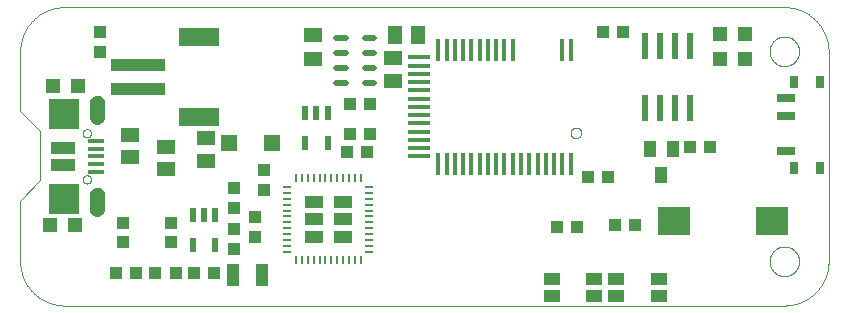
<source format=gtp>
G75*
%MOIN*%
%OFA0B0*%
%FSLAX25Y25*%
%IPPOS*%
%LPD*%
%AMOC8*
5,1,8,0,0,1.08239X$1,22.5*
%
%ADD10C,0.00000*%
%ADD11R,0.05906X0.04882*%
%ADD12R,0.03937X0.04331*%
%ADD13R,0.04724X0.04724*%
%ADD14R,0.04331X0.03937*%
%ADD15R,0.03937X0.03937*%
%ADD16R,0.05315X0.01575*%
%ADD17R,0.07874X0.03937*%
%ADD18R,0.09843X0.09843*%
%ADD19C,0.00500*%
%ADD20R,0.02165X0.04724*%
%ADD21R,0.05512X0.05512*%
%ADD22R,0.18110X0.03937*%
%ADD23R,0.13386X0.06299*%
%ADD24R,0.02953X0.00984*%
%ADD25R,0.00984X0.02953*%
%ADD26R,0.05906X0.03937*%
%ADD27R,0.04331X0.07480*%
%ADD28R,0.04882X0.05906*%
%ADD29R,0.01772X0.07283*%
%ADD30R,0.07283X0.01772*%
%ADD31C,0.02165*%
%ADD32R,0.06299X0.05118*%
%ADD33R,0.03937X0.05512*%
%ADD34R,0.10669X0.09488*%
%ADD35R,0.02362X0.08661*%
%ADD36R,0.05512X0.04134*%
%ADD37R,0.05906X0.02756*%
%ADD38R,0.03150X0.03937*%
D10*
X0059095Y0057209D02*
X0299095Y0057209D01*
X0299451Y0057213D01*
X0299806Y0057226D01*
X0300162Y0057248D01*
X0300516Y0057278D01*
X0300870Y0057316D01*
X0301222Y0057364D01*
X0301574Y0057419D01*
X0301924Y0057483D01*
X0302272Y0057556D01*
X0302619Y0057637D01*
X0302963Y0057726D01*
X0303305Y0057824D01*
X0303645Y0057930D01*
X0303982Y0058044D01*
X0304316Y0058166D01*
X0304647Y0058296D01*
X0304975Y0058434D01*
X0305300Y0058580D01*
X0305621Y0058734D01*
X0305938Y0058896D01*
X0306251Y0059065D01*
X0306559Y0059241D01*
X0306864Y0059425D01*
X0307164Y0059617D01*
X0307459Y0059815D01*
X0307750Y0060021D01*
X0308035Y0060234D01*
X0308315Y0060453D01*
X0308590Y0060679D01*
X0308859Y0060912D01*
X0309122Y0061151D01*
X0309380Y0061397D01*
X0309631Y0061648D01*
X0309877Y0061906D01*
X0310116Y0062169D01*
X0310349Y0062438D01*
X0310575Y0062713D01*
X0310794Y0062993D01*
X0311007Y0063278D01*
X0311213Y0063569D01*
X0311411Y0063864D01*
X0311603Y0064164D01*
X0311787Y0064469D01*
X0311963Y0064777D01*
X0312132Y0065090D01*
X0312294Y0065407D01*
X0312448Y0065728D01*
X0312594Y0066053D01*
X0312732Y0066381D01*
X0312862Y0066712D01*
X0312984Y0067046D01*
X0313098Y0067383D01*
X0313204Y0067723D01*
X0313302Y0068065D01*
X0313391Y0068409D01*
X0313472Y0068756D01*
X0313545Y0069104D01*
X0313609Y0069454D01*
X0313664Y0069806D01*
X0313712Y0070158D01*
X0313750Y0070512D01*
X0313780Y0070866D01*
X0313802Y0071222D01*
X0313815Y0071577D01*
X0313819Y0071933D01*
X0313820Y0071933D02*
X0313820Y0141933D01*
X0313819Y0141933D02*
X0313815Y0142289D01*
X0313802Y0142644D01*
X0313780Y0143000D01*
X0313750Y0143354D01*
X0313712Y0143708D01*
X0313664Y0144060D01*
X0313609Y0144412D01*
X0313545Y0144762D01*
X0313472Y0145110D01*
X0313391Y0145457D01*
X0313302Y0145801D01*
X0313204Y0146143D01*
X0313098Y0146483D01*
X0312984Y0146820D01*
X0312862Y0147154D01*
X0312732Y0147485D01*
X0312594Y0147813D01*
X0312448Y0148138D01*
X0312294Y0148459D01*
X0312132Y0148776D01*
X0311963Y0149089D01*
X0311787Y0149397D01*
X0311603Y0149702D01*
X0311411Y0150002D01*
X0311213Y0150297D01*
X0311007Y0150588D01*
X0310794Y0150873D01*
X0310575Y0151153D01*
X0310349Y0151428D01*
X0310116Y0151697D01*
X0309877Y0151960D01*
X0309631Y0152218D01*
X0309380Y0152469D01*
X0309122Y0152715D01*
X0308859Y0152954D01*
X0308590Y0153187D01*
X0308315Y0153413D01*
X0308035Y0153632D01*
X0307750Y0153845D01*
X0307459Y0154051D01*
X0307164Y0154249D01*
X0306864Y0154441D01*
X0306559Y0154625D01*
X0306251Y0154801D01*
X0305938Y0154970D01*
X0305621Y0155132D01*
X0305300Y0155286D01*
X0304975Y0155432D01*
X0304647Y0155570D01*
X0304316Y0155700D01*
X0303982Y0155822D01*
X0303645Y0155936D01*
X0303305Y0156042D01*
X0302963Y0156140D01*
X0302619Y0156229D01*
X0302272Y0156310D01*
X0301924Y0156383D01*
X0301574Y0156447D01*
X0301222Y0156502D01*
X0300870Y0156550D01*
X0300516Y0156588D01*
X0300162Y0156618D01*
X0299806Y0156640D01*
X0299451Y0156653D01*
X0299095Y0156657D01*
X0059095Y0156657D01*
X0058739Y0156653D01*
X0058384Y0156640D01*
X0058028Y0156618D01*
X0057674Y0156588D01*
X0057320Y0156550D01*
X0056968Y0156502D01*
X0056616Y0156447D01*
X0056266Y0156383D01*
X0055918Y0156310D01*
X0055571Y0156229D01*
X0055227Y0156140D01*
X0054885Y0156042D01*
X0054545Y0155936D01*
X0054208Y0155822D01*
X0053874Y0155700D01*
X0053543Y0155570D01*
X0053215Y0155432D01*
X0052890Y0155286D01*
X0052569Y0155132D01*
X0052252Y0154970D01*
X0051939Y0154801D01*
X0051631Y0154625D01*
X0051326Y0154441D01*
X0051026Y0154249D01*
X0050731Y0154051D01*
X0050440Y0153845D01*
X0050155Y0153632D01*
X0049875Y0153413D01*
X0049600Y0153187D01*
X0049331Y0152954D01*
X0049068Y0152715D01*
X0048810Y0152469D01*
X0048559Y0152218D01*
X0048313Y0151960D01*
X0048074Y0151697D01*
X0047841Y0151428D01*
X0047615Y0151153D01*
X0047396Y0150873D01*
X0047183Y0150588D01*
X0046977Y0150297D01*
X0046779Y0150002D01*
X0046587Y0149702D01*
X0046403Y0149397D01*
X0046227Y0149089D01*
X0046058Y0148776D01*
X0045896Y0148459D01*
X0045742Y0148138D01*
X0045596Y0147813D01*
X0045458Y0147485D01*
X0045328Y0147154D01*
X0045206Y0146820D01*
X0045092Y0146483D01*
X0044986Y0146143D01*
X0044888Y0145801D01*
X0044799Y0145457D01*
X0044718Y0145110D01*
X0044645Y0144762D01*
X0044581Y0144412D01*
X0044526Y0144060D01*
X0044478Y0143708D01*
X0044440Y0143354D01*
X0044410Y0143000D01*
X0044388Y0142644D01*
X0044375Y0142289D01*
X0044371Y0141933D01*
X0044371Y0122157D01*
X0051095Y0115433D01*
X0051095Y0098933D01*
X0044371Y0092209D01*
X0044371Y0071933D01*
X0044375Y0071577D01*
X0044388Y0071222D01*
X0044410Y0070866D01*
X0044440Y0070512D01*
X0044478Y0070158D01*
X0044526Y0069806D01*
X0044581Y0069454D01*
X0044645Y0069104D01*
X0044718Y0068756D01*
X0044799Y0068409D01*
X0044888Y0068065D01*
X0044986Y0067723D01*
X0045092Y0067383D01*
X0045206Y0067046D01*
X0045328Y0066712D01*
X0045458Y0066381D01*
X0045596Y0066053D01*
X0045742Y0065728D01*
X0045896Y0065407D01*
X0046058Y0065090D01*
X0046227Y0064777D01*
X0046403Y0064469D01*
X0046587Y0064164D01*
X0046779Y0063864D01*
X0046977Y0063569D01*
X0047183Y0063278D01*
X0047396Y0062993D01*
X0047615Y0062713D01*
X0047841Y0062438D01*
X0048074Y0062169D01*
X0048313Y0061906D01*
X0048559Y0061648D01*
X0048810Y0061397D01*
X0049068Y0061151D01*
X0049331Y0060912D01*
X0049600Y0060679D01*
X0049875Y0060453D01*
X0050155Y0060234D01*
X0050440Y0060021D01*
X0050731Y0059815D01*
X0051026Y0059617D01*
X0051326Y0059425D01*
X0051631Y0059241D01*
X0051939Y0059065D01*
X0052252Y0058896D01*
X0052569Y0058734D01*
X0052890Y0058580D01*
X0053215Y0058434D01*
X0053543Y0058296D01*
X0053874Y0058166D01*
X0054208Y0058044D01*
X0054545Y0057930D01*
X0054885Y0057824D01*
X0055227Y0057726D01*
X0055571Y0057637D01*
X0055918Y0057556D01*
X0056266Y0057483D01*
X0056616Y0057419D01*
X0056968Y0057364D01*
X0057320Y0057316D01*
X0057674Y0057278D01*
X0058028Y0057248D01*
X0058384Y0057226D01*
X0058739Y0057213D01*
X0059095Y0057209D01*
X0057934Y0090988D02*
X0060296Y0090988D01*
X0060373Y0091000D01*
X0060449Y0091015D01*
X0060525Y0091034D01*
X0060599Y0091057D01*
X0060673Y0091083D01*
X0060744Y0091113D01*
X0060815Y0091147D01*
X0060883Y0091183D01*
X0060950Y0091224D01*
X0061015Y0091267D01*
X0061077Y0091313D01*
X0061138Y0091363D01*
X0061195Y0091415D01*
X0061250Y0091471D01*
X0061302Y0091528D01*
X0061352Y0091589D01*
X0061398Y0091651D01*
X0061441Y0091716D01*
X0061481Y0091783D01*
X0061518Y0091852D01*
X0061551Y0091922D01*
X0061581Y0091994D01*
X0061607Y0092068D01*
X0061629Y0092142D01*
X0061648Y0092218D01*
X0061663Y0092294D01*
X0061674Y0092371D01*
X0061682Y0092449D01*
X0061686Y0092527D01*
X0061685Y0092605D01*
X0061682Y0092682D01*
X0061674Y0092760D01*
X0061682Y0092838D01*
X0061685Y0092915D01*
X0061686Y0092993D01*
X0061682Y0093071D01*
X0061674Y0093149D01*
X0061663Y0093226D01*
X0061648Y0093302D01*
X0061629Y0093378D01*
X0061607Y0093452D01*
X0061581Y0093526D01*
X0061551Y0093598D01*
X0061518Y0093668D01*
X0061481Y0093737D01*
X0061441Y0093804D01*
X0061398Y0093869D01*
X0061352Y0093931D01*
X0061302Y0093992D01*
X0061250Y0094049D01*
X0061195Y0094105D01*
X0061138Y0094157D01*
X0061077Y0094207D01*
X0061015Y0094253D01*
X0060950Y0094296D01*
X0060883Y0094337D01*
X0060815Y0094373D01*
X0060744Y0094407D01*
X0060673Y0094437D01*
X0060599Y0094463D01*
X0060525Y0094486D01*
X0060449Y0094505D01*
X0060373Y0094520D01*
X0060296Y0094532D01*
X0060296Y0094531D02*
X0057934Y0094531D01*
X0057934Y0094532D02*
X0057857Y0094520D01*
X0057781Y0094505D01*
X0057705Y0094486D01*
X0057631Y0094463D01*
X0057557Y0094437D01*
X0057486Y0094407D01*
X0057415Y0094373D01*
X0057347Y0094337D01*
X0057280Y0094296D01*
X0057215Y0094253D01*
X0057153Y0094207D01*
X0057092Y0094157D01*
X0057035Y0094105D01*
X0056980Y0094049D01*
X0056928Y0093992D01*
X0056878Y0093931D01*
X0056832Y0093869D01*
X0056789Y0093804D01*
X0056749Y0093737D01*
X0056712Y0093668D01*
X0056679Y0093598D01*
X0056649Y0093526D01*
X0056623Y0093452D01*
X0056601Y0093378D01*
X0056582Y0093302D01*
X0056567Y0093226D01*
X0056556Y0093149D01*
X0056548Y0093071D01*
X0056544Y0092993D01*
X0056545Y0092915D01*
X0056548Y0092838D01*
X0056556Y0092760D01*
X0056548Y0092682D01*
X0056545Y0092605D01*
X0056544Y0092527D01*
X0056548Y0092449D01*
X0056556Y0092371D01*
X0056567Y0092294D01*
X0056582Y0092218D01*
X0056601Y0092142D01*
X0056623Y0092068D01*
X0056649Y0091994D01*
X0056679Y0091922D01*
X0056712Y0091852D01*
X0056749Y0091783D01*
X0056789Y0091716D01*
X0056832Y0091651D01*
X0056878Y0091589D01*
X0056928Y0091528D01*
X0056980Y0091471D01*
X0057035Y0091415D01*
X0057092Y0091363D01*
X0057153Y0091313D01*
X0057215Y0091267D01*
X0057280Y0091224D01*
X0057347Y0091183D01*
X0057415Y0091147D01*
X0057486Y0091113D01*
X0057557Y0091083D01*
X0057631Y0091057D01*
X0057705Y0091034D01*
X0057781Y0091015D01*
X0057857Y0091000D01*
X0057934Y0090988D01*
X0065217Y0099256D02*
X0065219Y0099330D01*
X0065225Y0099404D01*
X0065235Y0099477D01*
X0065249Y0099550D01*
X0065266Y0099622D01*
X0065288Y0099692D01*
X0065313Y0099762D01*
X0065342Y0099830D01*
X0065375Y0099896D01*
X0065411Y0099961D01*
X0065451Y0100023D01*
X0065493Y0100084D01*
X0065539Y0100142D01*
X0065588Y0100197D01*
X0065640Y0100250D01*
X0065695Y0100300D01*
X0065752Y0100346D01*
X0065812Y0100390D01*
X0065874Y0100430D01*
X0065938Y0100467D01*
X0066004Y0100501D01*
X0066072Y0100531D01*
X0066141Y0100557D01*
X0066212Y0100580D01*
X0066283Y0100598D01*
X0066356Y0100613D01*
X0066429Y0100624D01*
X0066503Y0100631D01*
X0066577Y0100634D01*
X0066650Y0100633D01*
X0066724Y0100628D01*
X0066798Y0100619D01*
X0066871Y0100606D01*
X0066943Y0100589D01*
X0067014Y0100569D01*
X0067084Y0100544D01*
X0067152Y0100516D01*
X0067219Y0100485D01*
X0067284Y0100449D01*
X0067347Y0100411D01*
X0067408Y0100369D01*
X0067467Y0100323D01*
X0067523Y0100275D01*
X0067576Y0100224D01*
X0067626Y0100170D01*
X0067674Y0100113D01*
X0067718Y0100054D01*
X0067760Y0099992D01*
X0067798Y0099929D01*
X0067832Y0099863D01*
X0067863Y0099796D01*
X0067890Y0099727D01*
X0067913Y0099657D01*
X0067933Y0099586D01*
X0067949Y0099513D01*
X0067961Y0099440D01*
X0067969Y0099367D01*
X0067973Y0099293D01*
X0067973Y0099219D01*
X0067969Y0099145D01*
X0067961Y0099072D01*
X0067949Y0098999D01*
X0067933Y0098926D01*
X0067913Y0098855D01*
X0067890Y0098785D01*
X0067863Y0098716D01*
X0067832Y0098649D01*
X0067798Y0098583D01*
X0067760Y0098520D01*
X0067718Y0098458D01*
X0067674Y0098399D01*
X0067626Y0098342D01*
X0067576Y0098288D01*
X0067523Y0098237D01*
X0067467Y0098189D01*
X0067408Y0098143D01*
X0067347Y0098101D01*
X0067284Y0098063D01*
X0067219Y0098027D01*
X0067152Y0097996D01*
X0067084Y0097968D01*
X0067014Y0097943D01*
X0066943Y0097923D01*
X0066871Y0097906D01*
X0066798Y0097893D01*
X0066724Y0097884D01*
X0066650Y0097879D01*
X0066577Y0097878D01*
X0066503Y0097881D01*
X0066429Y0097888D01*
X0066356Y0097899D01*
X0066283Y0097914D01*
X0066212Y0097932D01*
X0066141Y0097955D01*
X0066072Y0097981D01*
X0066004Y0098011D01*
X0065938Y0098045D01*
X0065874Y0098082D01*
X0065812Y0098122D01*
X0065752Y0098166D01*
X0065695Y0098212D01*
X0065640Y0098262D01*
X0065588Y0098315D01*
X0065539Y0098370D01*
X0065493Y0098428D01*
X0065451Y0098489D01*
X0065411Y0098551D01*
X0065375Y0098616D01*
X0065342Y0098682D01*
X0065313Y0098750D01*
X0065288Y0098820D01*
X0065266Y0098890D01*
X0065249Y0098962D01*
X0065235Y0099035D01*
X0065225Y0099108D01*
X0065219Y0099182D01*
X0065217Y0099256D01*
X0065217Y0114610D02*
X0065219Y0114684D01*
X0065225Y0114758D01*
X0065235Y0114831D01*
X0065249Y0114904D01*
X0065266Y0114976D01*
X0065288Y0115046D01*
X0065313Y0115116D01*
X0065342Y0115184D01*
X0065375Y0115250D01*
X0065411Y0115315D01*
X0065451Y0115377D01*
X0065493Y0115438D01*
X0065539Y0115496D01*
X0065588Y0115551D01*
X0065640Y0115604D01*
X0065695Y0115654D01*
X0065752Y0115700D01*
X0065812Y0115744D01*
X0065874Y0115784D01*
X0065938Y0115821D01*
X0066004Y0115855D01*
X0066072Y0115885D01*
X0066141Y0115911D01*
X0066212Y0115934D01*
X0066283Y0115952D01*
X0066356Y0115967D01*
X0066429Y0115978D01*
X0066503Y0115985D01*
X0066577Y0115988D01*
X0066650Y0115987D01*
X0066724Y0115982D01*
X0066798Y0115973D01*
X0066871Y0115960D01*
X0066943Y0115943D01*
X0067014Y0115923D01*
X0067084Y0115898D01*
X0067152Y0115870D01*
X0067219Y0115839D01*
X0067284Y0115803D01*
X0067347Y0115765D01*
X0067408Y0115723D01*
X0067467Y0115677D01*
X0067523Y0115629D01*
X0067576Y0115578D01*
X0067626Y0115524D01*
X0067674Y0115467D01*
X0067718Y0115408D01*
X0067760Y0115346D01*
X0067798Y0115283D01*
X0067832Y0115217D01*
X0067863Y0115150D01*
X0067890Y0115081D01*
X0067913Y0115011D01*
X0067933Y0114940D01*
X0067949Y0114867D01*
X0067961Y0114794D01*
X0067969Y0114721D01*
X0067973Y0114647D01*
X0067973Y0114573D01*
X0067969Y0114499D01*
X0067961Y0114426D01*
X0067949Y0114353D01*
X0067933Y0114280D01*
X0067913Y0114209D01*
X0067890Y0114139D01*
X0067863Y0114070D01*
X0067832Y0114003D01*
X0067798Y0113937D01*
X0067760Y0113874D01*
X0067718Y0113812D01*
X0067674Y0113753D01*
X0067626Y0113696D01*
X0067576Y0113642D01*
X0067523Y0113591D01*
X0067467Y0113543D01*
X0067408Y0113497D01*
X0067347Y0113455D01*
X0067284Y0113417D01*
X0067219Y0113381D01*
X0067152Y0113350D01*
X0067084Y0113322D01*
X0067014Y0113297D01*
X0066943Y0113277D01*
X0066871Y0113260D01*
X0066798Y0113247D01*
X0066724Y0113238D01*
X0066650Y0113233D01*
X0066577Y0113232D01*
X0066503Y0113235D01*
X0066429Y0113242D01*
X0066356Y0113253D01*
X0066283Y0113268D01*
X0066212Y0113286D01*
X0066141Y0113309D01*
X0066072Y0113335D01*
X0066004Y0113365D01*
X0065938Y0113399D01*
X0065874Y0113436D01*
X0065812Y0113476D01*
X0065752Y0113520D01*
X0065695Y0113566D01*
X0065640Y0113616D01*
X0065588Y0113669D01*
X0065539Y0113724D01*
X0065493Y0113782D01*
X0065451Y0113843D01*
X0065411Y0113905D01*
X0065375Y0113970D01*
X0065342Y0114036D01*
X0065313Y0114104D01*
X0065288Y0114174D01*
X0065266Y0114244D01*
X0065249Y0114316D01*
X0065235Y0114389D01*
X0065225Y0114462D01*
X0065219Y0114536D01*
X0065217Y0114610D01*
X0060296Y0119335D02*
X0058131Y0119335D01*
X0058130Y0119334D02*
X0058056Y0119331D01*
X0057981Y0119332D01*
X0057906Y0119336D01*
X0057831Y0119345D01*
X0057757Y0119357D01*
X0057684Y0119373D01*
X0057611Y0119392D01*
X0057540Y0119415D01*
X0057470Y0119442D01*
X0057401Y0119472D01*
X0057334Y0119506D01*
X0057269Y0119543D01*
X0057206Y0119583D01*
X0057145Y0119626D01*
X0057086Y0119673D01*
X0057030Y0119722D01*
X0056976Y0119774D01*
X0056925Y0119829D01*
X0056876Y0119887D01*
X0056831Y0119946D01*
X0056789Y0120008D01*
X0056750Y0120072D01*
X0056714Y0120138D01*
X0056681Y0120206D01*
X0056652Y0120275D01*
X0056627Y0120346D01*
X0056605Y0120417D01*
X0056587Y0120490D01*
X0056573Y0120564D01*
X0056562Y0120638D01*
X0056555Y0120713D01*
X0056556Y0120713D02*
X0056556Y0121500D01*
X0056555Y0121500D02*
X0056562Y0121575D01*
X0056573Y0121649D01*
X0056587Y0121723D01*
X0056605Y0121796D01*
X0056627Y0121867D01*
X0056652Y0121938D01*
X0056681Y0122007D01*
X0056714Y0122075D01*
X0056750Y0122141D01*
X0056789Y0122205D01*
X0056831Y0122267D01*
X0056876Y0122326D01*
X0056925Y0122384D01*
X0056976Y0122439D01*
X0057030Y0122491D01*
X0057086Y0122540D01*
X0057145Y0122587D01*
X0057206Y0122630D01*
X0057269Y0122670D01*
X0057334Y0122707D01*
X0057401Y0122741D01*
X0057470Y0122771D01*
X0057540Y0122798D01*
X0057611Y0122821D01*
X0057684Y0122840D01*
X0057757Y0122856D01*
X0057831Y0122868D01*
X0057906Y0122877D01*
X0057981Y0122881D01*
X0058056Y0122882D01*
X0058130Y0122879D01*
X0058131Y0122878D02*
X0060296Y0122878D01*
X0060368Y0122876D01*
X0060440Y0122870D01*
X0060512Y0122861D01*
X0060583Y0122848D01*
X0060653Y0122831D01*
X0060722Y0122811D01*
X0060790Y0122786D01*
X0060856Y0122759D01*
X0060922Y0122728D01*
X0060985Y0122693D01*
X0061047Y0122656D01*
X0061106Y0122615D01*
X0061163Y0122571D01*
X0061218Y0122524D01*
X0061270Y0122474D01*
X0061320Y0122422D01*
X0061367Y0122367D01*
X0061411Y0122310D01*
X0061452Y0122251D01*
X0061489Y0122189D01*
X0061524Y0122126D01*
X0061555Y0122060D01*
X0061582Y0121994D01*
X0061607Y0121926D01*
X0061627Y0121857D01*
X0061644Y0121787D01*
X0061657Y0121716D01*
X0061666Y0121644D01*
X0061672Y0121572D01*
X0061674Y0121500D01*
X0061674Y0120713D01*
X0061672Y0120641D01*
X0061666Y0120569D01*
X0061657Y0120497D01*
X0061644Y0120426D01*
X0061627Y0120356D01*
X0061607Y0120287D01*
X0061582Y0120219D01*
X0061555Y0120153D01*
X0061524Y0120087D01*
X0061489Y0120024D01*
X0061452Y0119962D01*
X0061411Y0119903D01*
X0061367Y0119846D01*
X0061320Y0119791D01*
X0061270Y0119739D01*
X0061218Y0119689D01*
X0061163Y0119642D01*
X0061106Y0119598D01*
X0061047Y0119557D01*
X0060985Y0119520D01*
X0060922Y0119485D01*
X0060856Y0119454D01*
X0060790Y0119427D01*
X0060722Y0119402D01*
X0060653Y0119382D01*
X0060583Y0119365D01*
X0060512Y0119352D01*
X0060440Y0119343D01*
X0060368Y0119337D01*
X0060296Y0119335D01*
X0227843Y0114772D02*
X0227845Y0114856D01*
X0227851Y0114939D01*
X0227861Y0115022D01*
X0227875Y0115105D01*
X0227892Y0115187D01*
X0227914Y0115268D01*
X0227939Y0115347D01*
X0227968Y0115426D01*
X0228001Y0115503D01*
X0228037Y0115578D01*
X0228077Y0115652D01*
X0228120Y0115724D01*
X0228167Y0115793D01*
X0228217Y0115860D01*
X0228270Y0115925D01*
X0228326Y0115987D01*
X0228384Y0116047D01*
X0228446Y0116104D01*
X0228510Y0116157D01*
X0228577Y0116208D01*
X0228646Y0116255D01*
X0228717Y0116300D01*
X0228790Y0116340D01*
X0228865Y0116377D01*
X0228942Y0116411D01*
X0229020Y0116441D01*
X0229099Y0116467D01*
X0229180Y0116490D01*
X0229262Y0116508D01*
X0229344Y0116523D01*
X0229427Y0116534D01*
X0229510Y0116541D01*
X0229594Y0116544D01*
X0229678Y0116543D01*
X0229761Y0116538D01*
X0229845Y0116529D01*
X0229927Y0116516D01*
X0230009Y0116500D01*
X0230090Y0116479D01*
X0230171Y0116455D01*
X0230249Y0116427D01*
X0230327Y0116395D01*
X0230403Y0116359D01*
X0230477Y0116320D01*
X0230549Y0116278D01*
X0230619Y0116232D01*
X0230687Y0116183D01*
X0230752Y0116131D01*
X0230815Y0116076D01*
X0230875Y0116018D01*
X0230933Y0115957D01*
X0230987Y0115893D01*
X0231039Y0115827D01*
X0231087Y0115759D01*
X0231132Y0115688D01*
X0231173Y0115615D01*
X0231212Y0115541D01*
X0231246Y0115465D01*
X0231277Y0115387D01*
X0231304Y0115308D01*
X0231328Y0115227D01*
X0231347Y0115146D01*
X0231363Y0115064D01*
X0231375Y0114981D01*
X0231383Y0114897D01*
X0231387Y0114814D01*
X0231387Y0114730D01*
X0231383Y0114647D01*
X0231375Y0114563D01*
X0231363Y0114480D01*
X0231347Y0114398D01*
X0231328Y0114317D01*
X0231304Y0114236D01*
X0231277Y0114157D01*
X0231246Y0114079D01*
X0231212Y0114003D01*
X0231173Y0113929D01*
X0231132Y0113856D01*
X0231087Y0113785D01*
X0231039Y0113717D01*
X0230987Y0113651D01*
X0230933Y0113587D01*
X0230875Y0113526D01*
X0230815Y0113468D01*
X0230752Y0113413D01*
X0230687Y0113361D01*
X0230619Y0113312D01*
X0230549Y0113266D01*
X0230477Y0113224D01*
X0230403Y0113185D01*
X0230327Y0113149D01*
X0230249Y0113117D01*
X0230171Y0113089D01*
X0230090Y0113065D01*
X0230009Y0113044D01*
X0229927Y0113028D01*
X0229845Y0113015D01*
X0229761Y0113006D01*
X0229678Y0113001D01*
X0229594Y0113000D01*
X0229510Y0113003D01*
X0229427Y0113010D01*
X0229344Y0113021D01*
X0229262Y0113036D01*
X0229180Y0113054D01*
X0229099Y0113077D01*
X0229020Y0113103D01*
X0228942Y0113133D01*
X0228865Y0113167D01*
X0228790Y0113204D01*
X0228717Y0113244D01*
X0228646Y0113289D01*
X0228577Y0113336D01*
X0228510Y0113387D01*
X0228446Y0113440D01*
X0228384Y0113497D01*
X0228326Y0113557D01*
X0228270Y0113619D01*
X0228217Y0113684D01*
X0228167Y0113751D01*
X0228120Y0113820D01*
X0228077Y0113892D01*
X0228037Y0113966D01*
X0228001Y0114041D01*
X0227968Y0114118D01*
X0227939Y0114197D01*
X0227914Y0114276D01*
X0227892Y0114357D01*
X0227875Y0114439D01*
X0227861Y0114522D01*
X0227851Y0114605D01*
X0227845Y0114688D01*
X0227843Y0114772D01*
X0294174Y0141933D02*
X0294176Y0142073D01*
X0294182Y0142213D01*
X0294192Y0142352D01*
X0294206Y0142491D01*
X0294224Y0142630D01*
X0294245Y0142768D01*
X0294271Y0142906D01*
X0294301Y0143043D01*
X0294334Y0143178D01*
X0294372Y0143313D01*
X0294413Y0143447D01*
X0294458Y0143580D01*
X0294506Y0143711D01*
X0294559Y0143840D01*
X0294615Y0143969D01*
X0294674Y0144095D01*
X0294738Y0144220D01*
X0294804Y0144343D01*
X0294875Y0144464D01*
X0294948Y0144583D01*
X0295025Y0144700D01*
X0295106Y0144814D01*
X0295189Y0144926D01*
X0295276Y0145036D01*
X0295366Y0145144D01*
X0295458Y0145248D01*
X0295554Y0145350D01*
X0295653Y0145450D01*
X0295754Y0145546D01*
X0295858Y0145640D01*
X0295965Y0145730D01*
X0296074Y0145817D01*
X0296186Y0145902D01*
X0296300Y0145983D01*
X0296416Y0146061D01*
X0296534Y0146135D01*
X0296655Y0146206D01*
X0296777Y0146274D01*
X0296902Y0146338D01*
X0297028Y0146399D01*
X0297155Y0146456D01*
X0297285Y0146509D01*
X0297416Y0146559D01*
X0297548Y0146604D01*
X0297681Y0146647D01*
X0297816Y0146685D01*
X0297951Y0146719D01*
X0298088Y0146750D01*
X0298225Y0146777D01*
X0298363Y0146799D01*
X0298502Y0146818D01*
X0298641Y0146833D01*
X0298780Y0146844D01*
X0298920Y0146851D01*
X0299060Y0146854D01*
X0299200Y0146853D01*
X0299340Y0146848D01*
X0299479Y0146839D01*
X0299619Y0146826D01*
X0299758Y0146809D01*
X0299896Y0146788D01*
X0300034Y0146764D01*
X0300171Y0146735D01*
X0300307Y0146703D01*
X0300442Y0146666D01*
X0300576Y0146626D01*
X0300709Y0146582D01*
X0300840Y0146534D01*
X0300970Y0146483D01*
X0301099Y0146428D01*
X0301226Y0146369D01*
X0301351Y0146306D01*
X0301474Y0146241D01*
X0301596Y0146171D01*
X0301715Y0146098D01*
X0301833Y0146022D01*
X0301948Y0145943D01*
X0302061Y0145860D01*
X0302171Y0145774D01*
X0302279Y0145685D01*
X0302384Y0145593D01*
X0302487Y0145498D01*
X0302587Y0145400D01*
X0302684Y0145300D01*
X0302778Y0145196D01*
X0302870Y0145090D01*
X0302958Y0144982D01*
X0303043Y0144871D01*
X0303125Y0144757D01*
X0303204Y0144641D01*
X0303279Y0144524D01*
X0303351Y0144404D01*
X0303419Y0144282D01*
X0303484Y0144158D01*
X0303546Y0144032D01*
X0303604Y0143905D01*
X0303658Y0143776D01*
X0303709Y0143645D01*
X0303755Y0143513D01*
X0303798Y0143380D01*
X0303838Y0143246D01*
X0303873Y0143111D01*
X0303905Y0142974D01*
X0303932Y0142837D01*
X0303956Y0142699D01*
X0303976Y0142561D01*
X0303992Y0142422D01*
X0304004Y0142282D01*
X0304012Y0142143D01*
X0304016Y0142003D01*
X0304016Y0141863D01*
X0304012Y0141723D01*
X0304004Y0141584D01*
X0303992Y0141444D01*
X0303976Y0141305D01*
X0303956Y0141167D01*
X0303932Y0141029D01*
X0303905Y0140892D01*
X0303873Y0140755D01*
X0303838Y0140620D01*
X0303798Y0140486D01*
X0303755Y0140353D01*
X0303709Y0140221D01*
X0303658Y0140090D01*
X0303604Y0139961D01*
X0303546Y0139834D01*
X0303484Y0139708D01*
X0303419Y0139584D01*
X0303351Y0139462D01*
X0303279Y0139342D01*
X0303204Y0139225D01*
X0303125Y0139109D01*
X0303043Y0138995D01*
X0302958Y0138884D01*
X0302870Y0138776D01*
X0302778Y0138670D01*
X0302684Y0138566D01*
X0302587Y0138466D01*
X0302487Y0138368D01*
X0302384Y0138273D01*
X0302279Y0138181D01*
X0302171Y0138092D01*
X0302061Y0138006D01*
X0301948Y0137923D01*
X0301833Y0137844D01*
X0301715Y0137768D01*
X0301596Y0137695D01*
X0301474Y0137625D01*
X0301351Y0137560D01*
X0301226Y0137497D01*
X0301099Y0137438D01*
X0300970Y0137383D01*
X0300840Y0137332D01*
X0300709Y0137284D01*
X0300576Y0137240D01*
X0300442Y0137200D01*
X0300307Y0137163D01*
X0300171Y0137131D01*
X0300034Y0137102D01*
X0299896Y0137078D01*
X0299758Y0137057D01*
X0299619Y0137040D01*
X0299479Y0137027D01*
X0299340Y0137018D01*
X0299200Y0137013D01*
X0299060Y0137012D01*
X0298920Y0137015D01*
X0298780Y0137022D01*
X0298641Y0137033D01*
X0298502Y0137048D01*
X0298363Y0137067D01*
X0298225Y0137089D01*
X0298088Y0137116D01*
X0297951Y0137147D01*
X0297816Y0137181D01*
X0297681Y0137219D01*
X0297548Y0137262D01*
X0297416Y0137307D01*
X0297285Y0137357D01*
X0297155Y0137410D01*
X0297028Y0137467D01*
X0296902Y0137528D01*
X0296777Y0137592D01*
X0296655Y0137660D01*
X0296534Y0137731D01*
X0296416Y0137805D01*
X0296300Y0137883D01*
X0296186Y0137964D01*
X0296074Y0138049D01*
X0295965Y0138136D01*
X0295858Y0138226D01*
X0295754Y0138320D01*
X0295653Y0138416D01*
X0295554Y0138516D01*
X0295458Y0138618D01*
X0295366Y0138722D01*
X0295276Y0138830D01*
X0295189Y0138940D01*
X0295106Y0139052D01*
X0295025Y0139166D01*
X0294948Y0139283D01*
X0294875Y0139402D01*
X0294804Y0139523D01*
X0294738Y0139646D01*
X0294674Y0139771D01*
X0294615Y0139897D01*
X0294559Y0140026D01*
X0294506Y0140155D01*
X0294458Y0140286D01*
X0294413Y0140419D01*
X0294372Y0140553D01*
X0294334Y0140688D01*
X0294301Y0140823D01*
X0294271Y0140960D01*
X0294245Y0141098D01*
X0294224Y0141236D01*
X0294206Y0141375D01*
X0294192Y0141514D01*
X0294182Y0141653D01*
X0294176Y0141793D01*
X0294174Y0141933D01*
X0294174Y0071933D02*
X0294176Y0072073D01*
X0294182Y0072213D01*
X0294192Y0072352D01*
X0294206Y0072491D01*
X0294224Y0072630D01*
X0294245Y0072768D01*
X0294271Y0072906D01*
X0294301Y0073043D01*
X0294334Y0073178D01*
X0294372Y0073313D01*
X0294413Y0073447D01*
X0294458Y0073580D01*
X0294506Y0073711D01*
X0294559Y0073840D01*
X0294615Y0073969D01*
X0294674Y0074095D01*
X0294738Y0074220D01*
X0294804Y0074343D01*
X0294875Y0074464D01*
X0294948Y0074583D01*
X0295025Y0074700D01*
X0295106Y0074814D01*
X0295189Y0074926D01*
X0295276Y0075036D01*
X0295366Y0075144D01*
X0295458Y0075248D01*
X0295554Y0075350D01*
X0295653Y0075450D01*
X0295754Y0075546D01*
X0295858Y0075640D01*
X0295965Y0075730D01*
X0296074Y0075817D01*
X0296186Y0075902D01*
X0296300Y0075983D01*
X0296416Y0076061D01*
X0296534Y0076135D01*
X0296655Y0076206D01*
X0296777Y0076274D01*
X0296902Y0076338D01*
X0297028Y0076399D01*
X0297155Y0076456D01*
X0297285Y0076509D01*
X0297416Y0076559D01*
X0297548Y0076604D01*
X0297681Y0076647D01*
X0297816Y0076685D01*
X0297951Y0076719D01*
X0298088Y0076750D01*
X0298225Y0076777D01*
X0298363Y0076799D01*
X0298502Y0076818D01*
X0298641Y0076833D01*
X0298780Y0076844D01*
X0298920Y0076851D01*
X0299060Y0076854D01*
X0299200Y0076853D01*
X0299340Y0076848D01*
X0299479Y0076839D01*
X0299619Y0076826D01*
X0299758Y0076809D01*
X0299896Y0076788D01*
X0300034Y0076764D01*
X0300171Y0076735D01*
X0300307Y0076703D01*
X0300442Y0076666D01*
X0300576Y0076626D01*
X0300709Y0076582D01*
X0300840Y0076534D01*
X0300970Y0076483D01*
X0301099Y0076428D01*
X0301226Y0076369D01*
X0301351Y0076306D01*
X0301474Y0076241D01*
X0301596Y0076171D01*
X0301715Y0076098D01*
X0301833Y0076022D01*
X0301948Y0075943D01*
X0302061Y0075860D01*
X0302171Y0075774D01*
X0302279Y0075685D01*
X0302384Y0075593D01*
X0302487Y0075498D01*
X0302587Y0075400D01*
X0302684Y0075300D01*
X0302778Y0075196D01*
X0302870Y0075090D01*
X0302958Y0074982D01*
X0303043Y0074871D01*
X0303125Y0074757D01*
X0303204Y0074641D01*
X0303279Y0074524D01*
X0303351Y0074404D01*
X0303419Y0074282D01*
X0303484Y0074158D01*
X0303546Y0074032D01*
X0303604Y0073905D01*
X0303658Y0073776D01*
X0303709Y0073645D01*
X0303755Y0073513D01*
X0303798Y0073380D01*
X0303838Y0073246D01*
X0303873Y0073111D01*
X0303905Y0072974D01*
X0303932Y0072837D01*
X0303956Y0072699D01*
X0303976Y0072561D01*
X0303992Y0072422D01*
X0304004Y0072282D01*
X0304012Y0072143D01*
X0304016Y0072003D01*
X0304016Y0071863D01*
X0304012Y0071723D01*
X0304004Y0071584D01*
X0303992Y0071444D01*
X0303976Y0071305D01*
X0303956Y0071167D01*
X0303932Y0071029D01*
X0303905Y0070892D01*
X0303873Y0070755D01*
X0303838Y0070620D01*
X0303798Y0070486D01*
X0303755Y0070353D01*
X0303709Y0070221D01*
X0303658Y0070090D01*
X0303604Y0069961D01*
X0303546Y0069834D01*
X0303484Y0069708D01*
X0303419Y0069584D01*
X0303351Y0069462D01*
X0303279Y0069342D01*
X0303204Y0069225D01*
X0303125Y0069109D01*
X0303043Y0068995D01*
X0302958Y0068884D01*
X0302870Y0068776D01*
X0302778Y0068670D01*
X0302684Y0068566D01*
X0302587Y0068466D01*
X0302487Y0068368D01*
X0302384Y0068273D01*
X0302279Y0068181D01*
X0302171Y0068092D01*
X0302061Y0068006D01*
X0301948Y0067923D01*
X0301833Y0067844D01*
X0301715Y0067768D01*
X0301596Y0067695D01*
X0301474Y0067625D01*
X0301351Y0067560D01*
X0301226Y0067497D01*
X0301099Y0067438D01*
X0300970Y0067383D01*
X0300840Y0067332D01*
X0300709Y0067284D01*
X0300576Y0067240D01*
X0300442Y0067200D01*
X0300307Y0067163D01*
X0300171Y0067131D01*
X0300034Y0067102D01*
X0299896Y0067078D01*
X0299758Y0067057D01*
X0299619Y0067040D01*
X0299479Y0067027D01*
X0299340Y0067018D01*
X0299200Y0067013D01*
X0299060Y0067012D01*
X0298920Y0067015D01*
X0298780Y0067022D01*
X0298641Y0067033D01*
X0298502Y0067048D01*
X0298363Y0067067D01*
X0298225Y0067089D01*
X0298088Y0067116D01*
X0297951Y0067147D01*
X0297816Y0067181D01*
X0297681Y0067219D01*
X0297548Y0067262D01*
X0297416Y0067307D01*
X0297285Y0067357D01*
X0297155Y0067410D01*
X0297028Y0067467D01*
X0296902Y0067528D01*
X0296777Y0067592D01*
X0296655Y0067660D01*
X0296534Y0067731D01*
X0296416Y0067805D01*
X0296300Y0067883D01*
X0296186Y0067964D01*
X0296074Y0068049D01*
X0295965Y0068136D01*
X0295858Y0068226D01*
X0295754Y0068320D01*
X0295653Y0068416D01*
X0295554Y0068516D01*
X0295458Y0068618D01*
X0295366Y0068722D01*
X0295276Y0068830D01*
X0295189Y0068940D01*
X0295106Y0069052D01*
X0295025Y0069166D01*
X0294948Y0069283D01*
X0294875Y0069402D01*
X0294804Y0069523D01*
X0294738Y0069646D01*
X0294674Y0069771D01*
X0294615Y0069897D01*
X0294559Y0070026D01*
X0294506Y0070155D01*
X0294458Y0070286D01*
X0294413Y0070419D01*
X0294372Y0070553D01*
X0294334Y0070688D01*
X0294301Y0070823D01*
X0294271Y0070960D01*
X0294245Y0071098D01*
X0294224Y0071236D01*
X0294206Y0071375D01*
X0294192Y0071514D01*
X0294182Y0071653D01*
X0294176Y0071793D01*
X0294174Y0071933D01*
D11*
X0168595Y0132193D03*
X0168595Y0139673D03*
X0106154Y0112937D03*
X0093095Y0110173D03*
X0106154Y0105457D03*
X0093095Y0102693D03*
X0080938Y0106713D03*
X0080938Y0114193D03*
D12*
X0115662Y0096480D03*
X0125595Y0095587D03*
X0115662Y0089787D03*
X0122595Y0086780D03*
X0115595Y0082780D03*
X0122595Y0080087D03*
X0115595Y0076087D03*
X0125595Y0102280D03*
X0071095Y0141587D03*
X0071095Y0148280D03*
D13*
X0063642Y0130276D03*
X0055375Y0130276D03*
X0054461Y0083933D03*
X0062729Y0083933D03*
X0277595Y0139299D03*
X0286095Y0139299D03*
X0286095Y0147567D03*
X0277595Y0147567D03*
D14*
X0245442Y0148433D03*
X0238749Y0148433D03*
X0267749Y0109933D03*
X0274442Y0109933D03*
X0240442Y0099933D03*
X0233749Y0099933D03*
X0229942Y0083433D03*
X0223249Y0083433D03*
X0242749Y0083933D03*
X0249442Y0083933D03*
X0159942Y0108433D03*
X0153249Y0108433D03*
X0154249Y0114433D03*
X0160942Y0114433D03*
X0160942Y0124433D03*
X0154249Y0124433D03*
X0108942Y0067933D03*
X0102249Y0067933D03*
X0096142Y0068038D03*
X0089449Y0068038D03*
X0082942Y0067933D03*
X0076249Y0067933D03*
D15*
X0078721Y0078283D03*
X0078721Y0084583D03*
X0094469Y0084583D03*
X0094469Y0078283D03*
D16*
X0069646Y0101815D03*
X0069646Y0104374D03*
X0069646Y0106933D03*
X0069646Y0109492D03*
X0069646Y0112051D03*
D17*
X0058721Y0109886D03*
X0058721Y0103980D03*
D18*
X0059115Y0092760D03*
X0059115Y0121106D03*
D19*
X0067973Y0121226D02*
X0072304Y0121226D01*
X0072304Y0120728D02*
X0067973Y0120728D01*
X0067973Y0120229D02*
X0072304Y0120229D01*
X0072304Y0120122D02*
X0072304Y0124453D01*
X0072280Y0124896D01*
X0072169Y0125327D01*
X0071977Y0125727D01*
X0071710Y0126082D01*
X0071380Y0126379D01*
X0070997Y0126605D01*
X0070578Y0126752D01*
X0070138Y0126815D01*
X0069699Y0126752D01*
X0069280Y0126605D01*
X0068897Y0126379D01*
X0068567Y0126082D01*
X0068300Y0125727D01*
X0068108Y0125327D01*
X0067997Y0124896D01*
X0067973Y0124453D01*
X0067973Y0120122D01*
X0067997Y0119679D01*
X0068108Y0119248D01*
X0068300Y0118848D01*
X0068567Y0118492D01*
X0068897Y0118196D01*
X0069280Y0117970D01*
X0069699Y0117823D01*
X0070138Y0117760D01*
X0070640Y0117838D01*
X0071111Y0118027D01*
X0071528Y0118315D01*
X0071871Y0118689D01*
X0072122Y0119130D01*
X0072269Y0119616D01*
X0072304Y0120122D01*
X0072277Y0119731D02*
X0067995Y0119731D01*
X0068115Y0119232D02*
X0072153Y0119232D01*
X0071897Y0118734D02*
X0068386Y0118734D01*
X0068854Y0118235D02*
X0071413Y0118235D01*
X0072304Y0121725D02*
X0067973Y0121725D01*
X0067973Y0122223D02*
X0072304Y0122223D01*
X0072304Y0122722D02*
X0067973Y0122722D01*
X0067973Y0123220D02*
X0072304Y0123220D01*
X0072304Y0123719D02*
X0067973Y0123719D01*
X0067973Y0124217D02*
X0072304Y0124217D01*
X0072289Y0124716D02*
X0067988Y0124716D01*
X0068079Y0125214D02*
X0072198Y0125214D01*
X0071984Y0125713D02*
X0068293Y0125713D01*
X0068710Y0126211D02*
X0071566Y0126211D01*
X0070699Y0126710D02*
X0069578Y0126710D01*
X0070138Y0096106D02*
X0070578Y0096044D01*
X0070997Y0095896D01*
X0071380Y0095670D01*
X0071710Y0095374D01*
X0071977Y0095018D01*
X0072169Y0094618D01*
X0072280Y0094188D01*
X0072304Y0093744D01*
X0072304Y0089413D01*
X0072269Y0088907D01*
X0072122Y0088421D01*
X0071871Y0087980D01*
X0071528Y0087606D01*
X0071111Y0087318D01*
X0070640Y0087130D01*
X0070138Y0087051D01*
X0069699Y0087114D01*
X0069280Y0087261D01*
X0068897Y0087487D01*
X0068567Y0087784D01*
X0068300Y0088139D01*
X0068108Y0088540D01*
X0067997Y0088970D01*
X0067973Y0089413D01*
X0067973Y0093744D01*
X0067997Y0094188D01*
X0068108Y0094618D01*
X0068300Y0095018D01*
X0068567Y0095374D01*
X0068897Y0095670D01*
X0069280Y0095896D01*
X0069699Y0096044D01*
X0070138Y0096106D01*
X0069120Y0095802D02*
X0071157Y0095802D01*
X0071763Y0095304D02*
X0068514Y0095304D01*
X0068198Y0094805D02*
X0072079Y0094805D01*
X0072249Y0094307D02*
X0068028Y0094307D01*
X0067977Y0093808D02*
X0072300Y0093808D01*
X0072304Y0093310D02*
X0067973Y0093310D01*
X0067973Y0092811D02*
X0072304Y0092811D01*
X0072304Y0092312D02*
X0067973Y0092312D01*
X0067973Y0091814D02*
X0072304Y0091814D01*
X0072304Y0091315D02*
X0067973Y0091315D01*
X0067973Y0090817D02*
X0072304Y0090817D01*
X0072304Y0090318D02*
X0067973Y0090318D01*
X0067973Y0089820D02*
X0072304Y0089820D01*
X0072297Y0089321D02*
X0067978Y0089321D01*
X0068035Y0088823D02*
X0072244Y0088823D01*
X0072067Y0088324D02*
X0068211Y0088324D01*
X0068535Y0087826D02*
X0071730Y0087826D01*
X0071124Y0087327D02*
X0069168Y0087327D01*
D20*
X0101855Y0087552D03*
X0105595Y0087552D03*
X0109335Y0087552D03*
X0109335Y0077315D03*
X0101855Y0077315D03*
X0139355Y0111315D03*
X0146835Y0111315D03*
X0146835Y0121552D03*
X0143095Y0121552D03*
X0139355Y0121552D03*
D21*
X0128379Y0111433D03*
X0113812Y0111433D03*
D22*
X0083528Y0129496D03*
X0083528Y0137370D03*
D23*
X0104001Y0146819D03*
X0104001Y0120047D03*
D24*
X0133414Y0096760D03*
X0133414Y0094791D03*
X0133414Y0092823D03*
X0133414Y0090854D03*
X0133414Y0088886D03*
X0133414Y0086917D03*
X0133414Y0084949D03*
X0133414Y0082980D03*
X0133414Y0081012D03*
X0133414Y0079043D03*
X0133414Y0077075D03*
X0133414Y0075106D03*
X0160776Y0075106D03*
X0160776Y0077075D03*
X0160776Y0079043D03*
X0160776Y0081012D03*
X0160776Y0082980D03*
X0160776Y0084949D03*
X0160776Y0086917D03*
X0160776Y0088886D03*
X0160776Y0090854D03*
X0160776Y0092823D03*
X0160776Y0094791D03*
X0160776Y0096760D03*
D25*
X0157922Y0099614D03*
X0155953Y0099614D03*
X0153985Y0099614D03*
X0152016Y0099614D03*
X0150048Y0099614D03*
X0148079Y0099614D03*
X0146111Y0099614D03*
X0144142Y0099614D03*
X0142174Y0099614D03*
X0140205Y0099614D03*
X0138237Y0099614D03*
X0136268Y0099614D03*
X0136268Y0072252D03*
X0138237Y0072252D03*
X0140205Y0072252D03*
X0142174Y0072252D03*
X0144142Y0072252D03*
X0146111Y0072252D03*
X0148079Y0072252D03*
X0150048Y0072252D03*
X0152016Y0072252D03*
X0153985Y0072252D03*
X0155953Y0072252D03*
X0157922Y0072252D03*
D26*
X0152016Y0080028D03*
X0152016Y0085933D03*
X0152016Y0091839D03*
X0142174Y0091839D03*
X0142174Y0085933D03*
X0142174Y0080028D03*
D27*
X0124820Y0067433D03*
X0115371Y0067433D03*
D28*
X0169355Y0147433D03*
X0176835Y0147433D03*
D29*
X0183749Y0142429D03*
X0186505Y0142429D03*
X0189260Y0142429D03*
X0192016Y0142429D03*
X0194772Y0142429D03*
X0197528Y0142429D03*
X0200284Y0142429D03*
X0203040Y0142429D03*
X0205796Y0142429D03*
X0208552Y0142429D03*
X0225087Y0142429D03*
X0227843Y0142429D03*
X0227843Y0104437D03*
X0225087Y0104437D03*
X0222331Y0104437D03*
X0219575Y0104437D03*
X0216820Y0104437D03*
X0214064Y0104437D03*
X0211308Y0104437D03*
X0208552Y0104437D03*
X0205796Y0104437D03*
X0203040Y0104437D03*
X0200284Y0104437D03*
X0197528Y0104437D03*
X0194772Y0104437D03*
X0192016Y0104437D03*
X0189260Y0104437D03*
X0186505Y0104437D03*
X0183749Y0104437D03*
D30*
X0177351Y0106898D03*
X0177351Y0109654D03*
X0177351Y0112409D03*
X0177351Y0115165D03*
X0177351Y0117921D03*
X0177351Y0120677D03*
X0177351Y0123433D03*
X0177351Y0126189D03*
X0177351Y0128945D03*
X0177351Y0131701D03*
X0177351Y0134457D03*
X0177351Y0137213D03*
X0177351Y0139969D03*
D31*
X0162395Y0141394D02*
X0159245Y0141394D01*
X0159245Y0141394D01*
X0162395Y0141394D01*
X0162395Y0141394D01*
X0162395Y0146315D02*
X0159245Y0146315D01*
X0159245Y0146315D01*
X0162395Y0146315D01*
X0162395Y0146315D01*
X0152946Y0146315D02*
X0149796Y0146315D01*
X0149796Y0146315D01*
X0152946Y0146315D01*
X0152946Y0146315D01*
X0152946Y0141394D02*
X0149796Y0141394D01*
X0149796Y0141394D01*
X0152946Y0141394D01*
X0152946Y0141394D01*
X0152946Y0136472D02*
X0149796Y0136472D01*
X0149796Y0136472D01*
X0152946Y0136472D01*
X0152946Y0136472D01*
X0152946Y0131551D02*
X0149796Y0131551D01*
X0149796Y0131551D01*
X0152946Y0131551D01*
X0152946Y0131551D01*
X0159245Y0131551D02*
X0162395Y0131551D01*
X0159245Y0131551D02*
X0159245Y0131551D01*
X0162395Y0131551D01*
X0162395Y0131551D01*
X0162395Y0136472D02*
X0159245Y0136472D01*
X0159245Y0136472D01*
X0162395Y0136472D01*
X0162395Y0136472D01*
D32*
X0142095Y0139496D03*
X0142095Y0147370D03*
D33*
X0254355Y0109264D03*
X0261835Y0109264D03*
X0258095Y0100602D03*
D34*
X0262257Y0085433D03*
X0294934Y0085433D03*
D35*
X0267595Y0123197D03*
X0262595Y0123197D03*
X0257595Y0123197D03*
X0252595Y0123197D03*
X0252595Y0143669D03*
X0257595Y0143669D03*
X0262595Y0143669D03*
X0267595Y0143669D03*
D36*
X0257268Y0066142D03*
X0257268Y0060433D03*
X0243095Y0060433D03*
X0235768Y0060433D03*
X0235768Y0066142D03*
X0243095Y0066142D03*
X0221595Y0066142D03*
X0221595Y0060433D03*
D37*
X0299705Y0108575D03*
X0299705Y0120386D03*
X0299705Y0126291D03*
D38*
X0302264Y0131803D03*
X0310926Y0131803D03*
X0310926Y0103063D03*
X0302264Y0103063D03*
M02*

</source>
